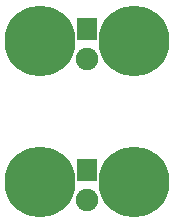
<source format=gbl>
G04 #@! TF.FileFunction,Copper,L2,Bot,Signal*
%FSLAX46Y46*%
G04 Gerber Fmt 4.6, Leading zero omitted, Abs format (unit mm)*
G04 Created by KiCad (PCBNEW 4.0.1-3.201512221402+6198~38~ubuntu14.04.1-stable) date Tue 01 Mar 2016 11:18:42 AM PST*
%MOMM*%
G01*
G04 APERTURE LIST*
%ADD10C,0.100000*%
%ADD11R,1.800000X1.900000*%
%ADD12C,1.900000*%
%ADD13C,6.000000*%
G04 APERTURE END LIST*
D10*
D11*
X131500000Y-84500000D03*
D12*
X131487800Y-87024000D03*
D13*
X135500000Y-85500000D03*
X127500000Y-85500000D03*
D11*
X131500000Y-96500000D03*
D12*
X131487800Y-99024000D03*
D13*
X135500000Y-97500000D03*
X127500000Y-97500000D03*
M02*

</source>
